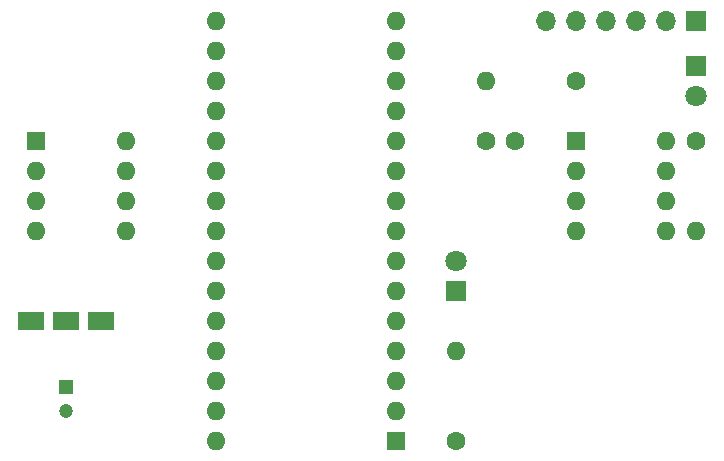
<source format=gbr>
%TF.GenerationSoftware,KiCad,Pcbnew,8.0.6*%
%TF.CreationDate,2024-11-17T01:10:06-06:00*%
%TF.ProjectId,attiny85 programmer,61747469-6e79-4383-9520-70726f677261,rev?*%
%TF.SameCoordinates,Original*%
%TF.FileFunction,Soldermask,Top*%
%TF.FilePolarity,Negative*%
%FSLAX46Y46*%
G04 Gerber Fmt 4.6, Leading zero omitted, Abs format (unit mm)*
G04 Created by KiCad (PCBNEW 8.0.6) date 2024-11-17 01:10:06*
%MOMM*%
%LPD*%
G01*
G04 APERTURE LIST*
%ADD10R,1.600000X1.600000*%
%ADD11O,1.600000X1.600000*%
%ADD12R,1.200000X1.200000*%
%ADD13C,1.200000*%
%ADD14C,1.600000*%
%ADD15R,1.800000X1.800000*%
%ADD16C,1.800000*%
%ADD17R,1.700000X1.700000*%
%ADD18O,1.700000X1.700000*%
%ADD19R,2.250000X1.500000*%
G04 APERTURE END LIST*
D10*
%TO.C,REF\u002A\u002A*%
X121920000Y-93980000D03*
D11*
X121920000Y-96520000D03*
X121920000Y-99060000D03*
X121920000Y-101600000D03*
X129540000Y-101600000D03*
X129540000Y-99060000D03*
X129540000Y-96520000D03*
X129540000Y-93980000D03*
%TD*%
D12*
%TO.C,REF\u002A\u002A*%
X124460000Y-114840000D03*
D13*
X124460000Y-116840000D03*
%TD*%
D10*
%TO.C,REF\u002A\u002A*%
X167640000Y-93980000D03*
D11*
X167640000Y-96520000D03*
X167640000Y-99060000D03*
X167640000Y-101600000D03*
X175260000Y-101600000D03*
X175260000Y-99060000D03*
X175260000Y-96520000D03*
X175260000Y-93980000D03*
%TD*%
D14*
%TO.C,REF\u002A\u002A*%
X157480000Y-119380000D03*
D11*
X157480000Y-111760000D03*
%TD*%
D15*
%TO.C,REF\u002A\u002A*%
X177800000Y-87630000D03*
D16*
X177800000Y-90170000D03*
%TD*%
D14*
%TO.C,REF\u002A\u002A*%
X177800000Y-93980000D03*
D11*
X177800000Y-101600000D03*
%TD*%
%TO.C,REF\u002A\u002A*%
X137160000Y-119380000D03*
X137160000Y-116840000D03*
X137160000Y-114300000D03*
X137160000Y-111760000D03*
X137160000Y-109220000D03*
X137160000Y-106680000D03*
X137160000Y-104140000D03*
X137160000Y-101600000D03*
X137160000Y-99060000D03*
X137160000Y-96520000D03*
X137160000Y-93980000D03*
X137160000Y-91440000D03*
X137160000Y-88900000D03*
X137160000Y-86360000D03*
X137160000Y-83820000D03*
X152400000Y-83820000D03*
X152400000Y-86360000D03*
X152400000Y-88900000D03*
X152400000Y-91440000D03*
X152400000Y-93980000D03*
X152400000Y-96520000D03*
X152400000Y-99060000D03*
X152400000Y-101600000D03*
X152400000Y-104140000D03*
X152400000Y-106680000D03*
X152400000Y-109220000D03*
X152400000Y-111760000D03*
X152400000Y-114300000D03*
X152400000Y-116840000D03*
D10*
X152400000Y-119380000D03*
%TD*%
D17*
%TO.C,REF\u002A\u002A*%
X177800000Y-83820000D03*
D18*
X175260000Y-83820000D03*
X172720000Y-83820000D03*
X170180000Y-83820000D03*
X167640000Y-83820000D03*
X165100000Y-83820000D03*
%TD*%
D19*
%TO.C,REF\u002A\u002A*%
X121460000Y-109220000D03*
X124460000Y-109220000D03*
X127460000Y-109220000D03*
%TD*%
D11*
%TO.C,REF\u002A\u002A*%
X160020000Y-88900000D03*
D14*
X167640000Y-88900000D03*
%TD*%
D15*
%TO.C,REF\u002A\u002A*%
X157480000Y-106680000D03*
D16*
X157480000Y-104140000D03*
%TD*%
D14*
%TO.C,REF\u002A\u002A*%
X160020000Y-93980000D03*
X162520000Y-93980000D03*
%TD*%
M02*

</source>
